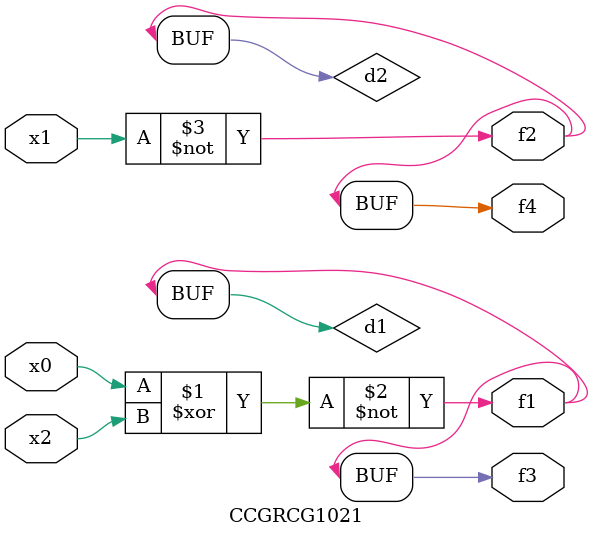
<source format=v>
module CCGRCG1021(
	input x0, x1, x2,
	output f1, f2, f3, f4
);

	wire d1, d2, d3;

	xnor (d1, x0, x2);
	nand (d2, x1);
	nor (d3, x1, x2);
	assign f1 = d1;
	assign f2 = d2;
	assign f3 = d1;
	assign f4 = d2;
endmodule

</source>
